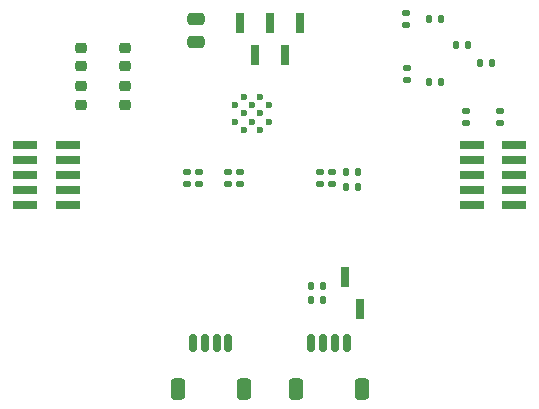
<source format=gbs>
%TF.GenerationSoftware,KiCad,Pcbnew,(6.0.9)*%
%TF.CreationDate,2023-02-02T10:43:15+01:00*%
%TF.ProjectId,ESPBoard,45535042-6f61-4726-942e-6b696361645f,rev?*%
%TF.SameCoordinates,Original*%
%TF.FileFunction,Soldermask,Bot*%
%TF.FilePolarity,Negative*%
%FSLAX46Y46*%
G04 Gerber Fmt 4.6, Leading zero omitted, Abs format (unit mm)*
G04 Created by KiCad (PCBNEW (6.0.9)) date 2023-02-02 10:43:15*
%MOMM*%
%LPD*%
G01*
G04 APERTURE LIST*
G04 Aperture macros list*
%AMRoundRect*
0 Rectangle with rounded corners*
0 $1 Rounding radius*
0 $2 $3 $4 $5 $6 $7 $8 $9 X,Y pos of 4 corners*
0 Add a 4 corners polygon primitive as box body*
4,1,4,$2,$3,$4,$5,$6,$7,$8,$9,$2,$3,0*
0 Add four circle primitives for the rounded corners*
1,1,$1+$1,$2,$3*
1,1,$1+$1,$4,$5*
1,1,$1+$1,$6,$7*
1,1,$1+$1,$8,$9*
0 Add four rect primitives between the rounded corners*
20,1,$1+$1,$2,$3,$4,$5,0*
20,1,$1+$1,$4,$5,$6,$7,0*
20,1,$1+$1,$6,$7,$8,$9,0*
20,1,$1+$1,$8,$9,$2,$3,0*%
G04 Aperture macros list end*
%ADD10C,0.600000*%
%ADD11RoundRect,0.225000X0.250000X-0.225000X0.250000X0.225000X-0.250000X0.225000X-0.250000X-0.225000X0*%
%ADD12RoundRect,0.150000X0.150000X0.625000X-0.150000X0.625000X-0.150000X-0.625000X0.150000X-0.625000X0*%
%ADD13RoundRect,0.250000X0.350000X0.650000X-0.350000X0.650000X-0.350000X-0.650000X0.350000X-0.650000X0*%
%ADD14RoundRect,0.135000X-0.185000X0.135000X-0.185000X-0.135000X0.185000X-0.135000X0.185000X0.135000X0*%
%ADD15RoundRect,0.250000X0.475000X-0.250000X0.475000X0.250000X-0.475000X0.250000X-0.475000X-0.250000X0*%
%ADD16RoundRect,0.135000X-0.135000X-0.185000X0.135000X-0.185000X0.135000X0.185000X-0.135000X0.185000X0*%
%ADD17RoundRect,0.135000X0.185000X-0.135000X0.185000X0.135000X-0.185000X0.135000X-0.185000X-0.135000X0*%
%ADD18R,2.100000X0.750000*%
%ADD19RoundRect,0.135000X0.135000X0.185000X-0.135000X0.185000X-0.135000X-0.185000X0.135000X-0.185000X0*%
%ADD20R,0.650000X1.800000*%
G04 APERTURE END LIST*
D10*
%TO.C,U301*%
X149200000Y-93360000D03*
X147100000Y-95460000D03*
X147800000Y-93360000D03*
X148500000Y-95460000D03*
X147800000Y-94760000D03*
X147100000Y-94060000D03*
X149200000Y-94760000D03*
X149200000Y-96160000D03*
X148500000Y-94060000D03*
X149900000Y-94060000D03*
X149900000Y-95460000D03*
X147800000Y-96160000D03*
%TD*%
D11*
%TO.C,C401*%
X134000000Y-94025000D03*
X134000000Y-92475000D03*
%TD*%
D12*
%TO.C,J204*%
X146500000Y-114200000D03*
X145500000Y-114200000D03*
X144500000Y-114200000D03*
X143500000Y-114200000D03*
D13*
X147800000Y-118075000D03*
X142200000Y-118075000D03*
%TD*%
D14*
%TO.C,R410*%
X161500000Y-86240000D03*
X161500000Y-87260000D03*
%TD*%
D15*
%TO.C,C301*%
X143750000Y-88700000D03*
X143750000Y-86800000D03*
%TD*%
D16*
%TO.C,R319*%
X156490000Y-99750000D03*
X157510000Y-99750000D03*
%TD*%
%TO.C,R303*%
X153490000Y-110600000D03*
X154510000Y-110600000D03*
%TD*%
D17*
%TO.C,R307*%
X144000000Y-100760000D03*
X144000000Y-99740000D03*
%TD*%
D14*
%TO.C,R317*%
X143000000Y-99740000D03*
X143000000Y-100760000D03*
%TD*%
%TO.C,R407*%
X161650000Y-90890000D03*
X161650000Y-91910000D03*
%TD*%
D18*
%TO.C,J203*%
X132900000Y-102540000D03*
X129300000Y-102540000D03*
X132900000Y-101270000D03*
X129300000Y-101270000D03*
X132900000Y-100000000D03*
X129300000Y-100000000D03*
X132900000Y-98730000D03*
X129300000Y-98730000D03*
X132900000Y-97460000D03*
X129300000Y-97460000D03*
%TD*%
D16*
%TO.C,R402*%
X165790000Y-89000000D03*
X166810000Y-89000000D03*
%TD*%
D17*
%TO.C,R404*%
X169500000Y-95620000D03*
X169500000Y-94600000D03*
%TD*%
D12*
%TO.C,J207*%
X156500000Y-114200000D03*
X155500000Y-114200000D03*
X154500000Y-114200000D03*
X153500000Y-114200000D03*
D13*
X152200000Y-118075000D03*
X157800000Y-118075000D03*
%TD*%
D19*
%TO.C,R408*%
X164510000Y-92100000D03*
X163490000Y-92100000D03*
%TD*%
D18*
%TO.C,J201*%
X170700000Y-102540000D03*
X167100000Y-102540000D03*
X170700000Y-101270000D03*
X167100000Y-101270000D03*
X170700000Y-100000000D03*
X167100000Y-100000000D03*
X170700000Y-98730000D03*
X167100000Y-98730000D03*
X170700000Y-97460000D03*
X167100000Y-97460000D03*
%TD*%
D17*
%TO.C,R305*%
X155250000Y-100760000D03*
X155250000Y-99740000D03*
%TD*%
D11*
%TO.C,C403*%
X134000000Y-90775000D03*
X134000000Y-89225000D03*
%TD*%
D14*
%TO.C,R316*%
X146500000Y-99740000D03*
X146500000Y-100760000D03*
%TD*%
D17*
%TO.C,R306*%
X147500000Y-100760000D03*
X147500000Y-99740000D03*
%TD*%
D14*
%TO.C,R315*%
X154250000Y-99740000D03*
X154250000Y-100760000D03*
%TD*%
D16*
%TO.C,R318*%
X156490000Y-101000000D03*
X157510000Y-101000000D03*
%TD*%
D19*
%TO.C,R411*%
X164520000Y-86750000D03*
X163500000Y-86750000D03*
%TD*%
D11*
%TO.C,C404*%
X137750000Y-90775000D03*
X137750000Y-89225000D03*
%TD*%
D20*
%TO.C,J202*%
X157635000Y-111350000D03*
X156365000Y-108650000D03*
%TD*%
%TO.C,J206*%
X147460000Y-87150000D03*
X148730000Y-89850000D03*
X150000000Y-87150000D03*
X151270000Y-89850000D03*
X152540000Y-87150000D03*
%TD*%
D16*
%TO.C,R304*%
X153490000Y-109400000D03*
X154510000Y-109400000D03*
%TD*%
D11*
%TO.C,C402*%
X137750000Y-94025000D03*
X137750000Y-92475000D03*
%TD*%
D14*
%TO.C,R405*%
X166600000Y-94590000D03*
X166600000Y-95610000D03*
%TD*%
D16*
%TO.C,R401*%
X167790000Y-90500000D03*
X168810000Y-90500000D03*
%TD*%
M02*

</source>
